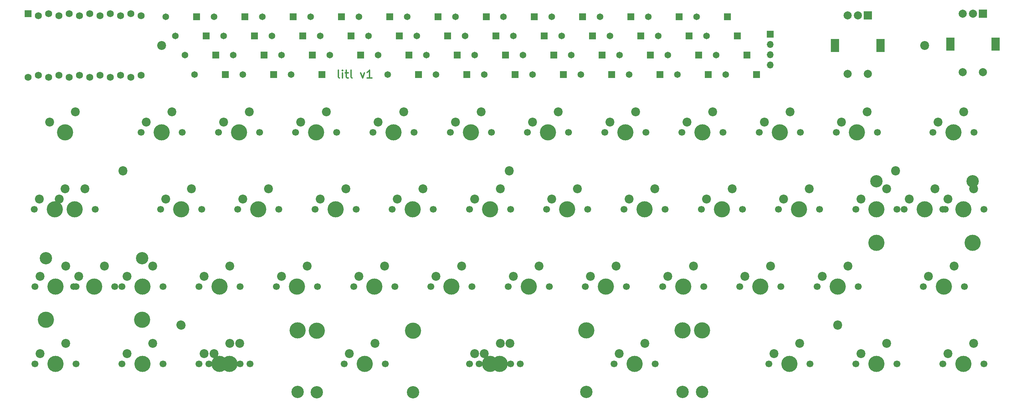
<source format=gts>
%TF.GenerationSoftware,KiCad,Pcbnew,(6.0.0-0)*%
%TF.CreationDate,2022-04-10T20:29:34+02:00*%
%TF.ProjectId,litl,6c69746c-2e6b-4696-9361-645f70636258,rev?*%
%TF.SameCoordinates,Original*%
%TF.FileFunction,Soldermask,Top*%
%TF.FilePolarity,Negative*%
%FSLAX46Y46*%
G04 Gerber Fmt 4.6, Leading zero omitted, Abs format (unit mm)*
G04 Created by KiCad (PCBNEW (6.0.0-0)) date 2022-04-10 20:29:34*
%MOMM*%
%LPD*%
G01*
G04 APERTURE LIST*
%ADD10C,0.300000*%
%ADD11C,2.200000*%
%ADD12C,1.700000*%
%ADD13C,4.000000*%
%ADD14C,1.651000*%
%ADD15R,1.651000X1.651000*%
%ADD16C,3.050000*%
%ADD17R,2.000000X3.200000*%
%ADD18R,2.000000X2.000000*%
%ADD19C,2.000000*%
%ADD20R,1.700000X1.700000*%
%ADD21O,1.700000X1.700000*%
%ADD22R,1.752600X1.752600*%
%ADD23C,1.752600*%
G04 APERTURE END LIST*
D10*
X106015476Y-43879761D02*
X105825000Y-43784523D01*
X105729761Y-43594047D01*
X105729761Y-41879761D01*
X106777380Y-43879761D02*
X106777380Y-42546428D01*
X106777380Y-41879761D02*
X106682142Y-41975000D01*
X106777380Y-42070238D01*
X106872619Y-41975000D01*
X106777380Y-41879761D01*
X106777380Y-42070238D01*
X107444047Y-42546428D02*
X108205952Y-42546428D01*
X107729761Y-41879761D02*
X107729761Y-43594047D01*
X107825000Y-43784523D01*
X108015476Y-43879761D01*
X108205952Y-43879761D01*
X109158333Y-43879761D02*
X108967857Y-43784523D01*
X108872619Y-43594047D01*
X108872619Y-41879761D01*
X111253571Y-42546428D02*
X111729761Y-43879761D01*
X112205952Y-42546428D01*
X114015476Y-43879761D02*
X112872619Y-43879761D01*
X113444047Y-43879761D02*
X113444047Y-41879761D01*
X113253571Y-42165476D01*
X113063095Y-42355952D01*
X112872619Y-42451190D01*
D11*
X66850000Y-105050000D03*
D12*
X110130000Y-76400000D03*
D13*
X105050000Y-76400000D03*
D12*
X99970000Y-76400000D03*
D11*
X107590000Y-71320000D03*
X101240000Y-73860000D03*
D12*
X100580000Y-95500000D03*
X90420000Y-95500000D03*
D13*
X95500000Y-95500000D03*
D11*
X98040000Y-90420000D03*
X91690000Y-92960000D03*
D14*
X103627500Y-38200000D03*
D15*
X111247500Y-38200000D03*
D11*
X62075000Y-35812500D03*
D12*
X52220000Y-95500000D03*
D13*
X57300000Y-95500000D03*
D12*
X62380000Y-95500000D03*
D11*
X59840000Y-90420000D03*
X53490000Y-92960000D03*
X52512500Y-66800000D03*
D13*
X57262500Y-103720000D03*
X45362500Y-95480000D03*
X33462500Y-103720000D03*
D12*
X50442500Y-95480000D03*
X40282500Y-95480000D03*
D16*
X33462500Y-88480000D03*
X57262500Y-88480000D03*
D11*
X47902500Y-90400000D03*
X41552500Y-92940000D03*
X66837500Y-105000000D03*
D14*
X125115000Y-33425000D03*
D15*
X132735000Y-33425000D03*
D14*
X134665000Y-28650000D03*
D15*
X142285000Y-28650000D03*
D12*
X255157500Y-76400000D03*
D13*
X260237500Y-76400000D03*
D12*
X265317500Y-76400000D03*
D11*
X262777500Y-71320000D03*
X256427500Y-73860000D03*
D14*
X67815000Y-38200000D03*
D15*
X75435000Y-38200000D03*
D12*
X185920000Y-95500000D03*
D13*
X191000000Y-95500000D03*
D12*
X196080000Y-95500000D03*
D11*
X193540000Y-90420000D03*
X187190000Y-92960000D03*
D13*
X138475000Y-57300000D03*
D12*
X143555000Y-57300000D03*
X133395000Y-57300000D03*
D11*
X141015000Y-52220000D03*
X134665000Y-54760000D03*
D12*
X212182500Y-114600000D03*
X222342500Y-114600000D03*
D13*
X217262500Y-114600000D03*
D11*
X219802500Y-109520000D03*
X213452500Y-112060000D03*
D14*
X101240000Y-33425000D03*
D15*
X108860000Y-33425000D03*
D14*
X63040000Y-28650000D03*
D15*
X70660000Y-28650000D03*
D12*
X124455000Y-57300000D03*
X114295000Y-57300000D03*
D13*
X119375000Y-57300000D03*
D11*
X121915000Y-52220000D03*
X115565000Y-54760000D03*
D14*
X172865000Y-33425000D03*
D15*
X180485000Y-33425000D03*
D12*
X166820000Y-95500000D03*
X176980000Y-95500000D03*
D13*
X171900000Y-95500000D03*
D11*
X174440000Y-90420000D03*
X168090000Y-92960000D03*
D14*
X77365000Y-33425000D03*
D15*
X84985000Y-33425000D03*
D14*
X115565000Y-38200000D03*
D15*
X123185000Y-38200000D03*
D13*
X133700000Y-95500000D03*
D12*
X138780000Y-95500000D03*
X128620000Y-95500000D03*
D11*
X136240000Y-90420000D03*
X129890000Y-92960000D03*
D16*
X238787500Y-69400000D03*
D13*
X238787500Y-84640000D03*
D12*
X245607500Y-76400000D03*
X255767500Y-76400000D03*
D13*
X262587500Y-84640000D03*
D16*
X262587500Y-69400000D03*
D13*
X250687500Y-76400000D03*
D11*
X253227500Y-71320000D03*
X246877500Y-73860000D03*
D14*
X165702500Y-42975000D03*
D15*
X173322500Y-42975000D03*
D13*
X167080000Y-106350000D03*
X190880000Y-106350000D03*
D16*
X167080000Y-121590000D03*
X190880000Y-121590000D03*
D13*
X178980000Y-114590000D03*
D12*
X173900000Y-114590000D03*
X184060000Y-114590000D03*
D11*
X181520000Y-109510000D03*
X175170000Y-112050000D03*
D12*
X148340000Y-114650000D03*
X138180000Y-114650000D03*
D13*
X143260000Y-114650000D03*
D11*
X145800000Y-109570000D03*
X139450000Y-112110000D03*
D14*
X79752500Y-38200000D03*
D15*
X87372500Y-38200000D03*
D12*
X30580000Y-76400000D03*
D13*
X35660000Y-76400000D03*
D12*
X40740000Y-76400000D03*
D11*
X38200000Y-71320000D03*
X31850000Y-73860000D03*
D13*
X176675000Y-57300000D03*
D12*
X181755000Y-57300000D03*
X171595000Y-57300000D03*
D11*
X179215000Y-52220000D03*
X172865000Y-54760000D03*
D12*
X252770000Y-57300000D03*
X262930000Y-57300000D03*
D13*
X257850000Y-57300000D03*
D11*
X260390000Y-52220000D03*
X254040000Y-54760000D03*
D14*
X201515000Y-42975000D03*
D15*
X209135000Y-42975000D03*
D14*
X86915000Y-28650000D03*
D15*
X94535000Y-28650000D03*
D11*
X243512500Y-66800000D03*
D12*
X71320000Y-95500000D03*
D13*
X76400000Y-95500000D03*
D12*
X81480000Y-95500000D03*
D11*
X78940000Y-90420000D03*
X72590000Y-92960000D03*
D14*
X196740000Y-33425000D03*
D15*
X204360000Y-33425000D03*
D12*
X119680000Y-95500000D03*
D13*
X114600000Y-95500000D03*
D12*
X109520000Y-95500000D03*
D11*
X117140000Y-90420000D03*
X110790000Y-92960000D03*
D13*
X38200000Y-57300000D03*
D11*
X40740000Y-52220000D03*
X34390000Y-54760000D03*
D13*
X81175000Y-57300000D03*
D12*
X86255000Y-57300000D03*
X76095000Y-57300000D03*
D11*
X83715000Y-52220000D03*
X77365000Y-54760000D03*
X148025000Y-66850000D03*
D14*
X127502500Y-38200000D03*
D15*
X135122500Y-38200000D03*
D14*
X187190000Y-38200000D03*
D15*
X194810000Y-38200000D03*
D14*
X158540000Y-28650000D03*
D15*
X166160000Y-28650000D03*
D13*
X57300000Y-114600000D03*
D12*
X52220000Y-114600000D03*
X62380000Y-114600000D03*
D11*
X59840000Y-109520000D03*
X53490000Y-112060000D03*
X229200000Y-105050000D03*
X52525000Y-66850000D03*
D17*
X228555400Y-35812500D03*
X239755400Y-35812500D03*
D18*
X236655400Y-28312500D03*
D19*
X231655400Y-28312500D03*
X234155400Y-28312500D03*
X231655400Y-42812500D03*
X236655400Y-42812500D03*
D13*
X214875000Y-57300000D03*
D12*
X219955000Y-57300000D03*
X209795000Y-57300000D03*
D11*
X217415000Y-52220000D03*
X211065000Y-54760000D03*
D14*
X94077500Y-42975000D03*
D15*
X101697500Y-42975000D03*
D14*
X148990000Y-33425000D03*
D15*
X156610000Y-33425000D03*
D14*
X160927500Y-33425000D03*
D15*
X168547500Y-33425000D03*
D12*
X195470000Y-76400000D03*
X205630000Y-76400000D03*
D13*
X200550000Y-76400000D03*
D11*
X203090000Y-71320000D03*
X196740000Y-73860000D03*
D13*
X181450000Y-76400000D03*
D12*
X176370000Y-76400000D03*
X186530000Y-76400000D03*
D11*
X183990000Y-71320000D03*
X177640000Y-73860000D03*
D14*
X194352500Y-28650000D03*
D15*
X201972500Y-28650000D03*
D14*
X117952500Y-42975000D03*
D15*
X125572500Y-42975000D03*
D14*
X163315000Y-38200000D03*
D15*
X170935000Y-38200000D03*
D13*
X124150000Y-76400000D03*
D12*
X129230000Y-76400000D03*
X119070000Y-76400000D03*
D11*
X126690000Y-71320000D03*
X120340000Y-73860000D03*
D12*
X80870000Y-76400000D03*
X91030000Y-76400000D03*
D13*
X85950000Y-76400000D03*
D11*
X88490000Y-71320000D03*
X82140000Y-73860000D03*
D14*
X199127500Y-38200000D03*
D15*
X206747500Y-38200000D03*
D17*
X257025000Y-35427000D03*
X268225000Y-35427000D03*
D18*
X265125000Y-27927000D03*
D19*
X260125000Y-27927000D03*
X262625000Y-27927000D03*
X260125000Y-42427000D03*
X265125000Y-42427000D03*
D11*
X229187500Y-105000000D03*
D12*
X105355000Y-57300000D03*
X95195000Y-57300000D03*
D13*
X100275000Y-57300000D03*
D11*
X102815000Y-52220000D03*
X96465000Y-54760000D03*
D14*
X98852500Y-28650000D03*
D15*
X106472500Y-28650000D03*
D11*
X243525000Y-66850000D03*
D12*
X138170000Y-76400000D03*
D13*
X143250000Y-76400000D03*
D12*
X148330000Y-76400000D03*
D11*
X145790000Y-71320000D03*
X139440000Y-73860000D03*
D12*
X265317500Y-114600000D03*
D13*
X260237500Y-114600000D03*
D12*
X255157500Y-114600000D03*
D11*
X262777500Y-109520000D03*
X256427500Y-112060000D03*
D14*
X110790000Y-28650000D03*
D15*
X118410000Y-28650000D03*
D12*
X162655000Y-57300000D03*
D13*
X157575000Y-57300000D03*
D12*
X152495000Y-57300000D03*
D11*
X160115000Y-52220000D03*
X153765000Y-54760000D03*
D14*
X137052500Y-33425000D03*
D15*
X144672500Y-33425000D03*
D12*
X167430000Y-76400000D03*
X157270000Y-76400000D03*
D13*
X162350000Y-76400000D03*
D11*
X164890000Y-71320000D03*
X158540000Y-73860000D03*
D12*
X200855000Y-57300000D03*
X190695000Y-57300000D03*
D13*
X195775000Y-57300000D03*
D11*
X198315000Y-52220000D03*
X191965000Y-54760000D03*
D12*
X30732500Y-114600000D03*
X40892500Y-114600000D03*
D13*
X35812500Y-114600000D03*
D11*
X38352500Y-109520000D03*
X32002500Y-112060000D03*
D13*
X229200000Y-95500000D03*
D12*
X224120000Y-95500000D03*
X234280000Y-95500000D03*
D11*
X231740000Y-90420000D03*
X225390000Y-92960000D03*
D13*
X145637500Y-114610000D03*
X195637500Y-106370000D03*
X95637500Y-106370000D03*
D16*
X95637500Y-121610000D03*
D12*
X150717500Y-114610000D03*
X140557500Y-114610000D03*
D16*
X195637500Y-121610000D03*
D11*
X148177500Y-109530000D03*
X141827500Y-112070000D03*
D14*
X153765000Y-42975000D03*
D15*
X161385000Y-42975000D03*
D14*
X65427500Y-33425000D03*
D15*
X73047500Y-33425000D03*
D14*
X177640000Y-42975000D03*
D15*
X185260000Y-42975000D03*
D12*
X224730000Y-76400000D03*
X214570000Y-76400000D03*
D13*
X219650000Y-76400000D03*
D11*
X222190000Y-71320000D03*
X215840000Y-73860000D03*
D20*
X212487500Y-32967500D03*
D21*
X212487500Y-35507500D03*
X212487500Y-38047500D03*
X212487500Y-40587500D03*
D12*
X233670000Y-114600000D03*
X243830000Y-114600000D03*
D13*
X238750000Y-114600000D03*
D11*
X241290000Y-109520000D03*
X234940000Y-112060000D03*
D13*
X78787500Y-114600000D03*
D12*
X83867500Y-114600000D03*
X73707500Y-114600000D03*
D11*
X81327500Y-109520000D03*
X74977500Y-112060000D03*
D14*
X184802500Y-33425000D03*
D15*
X192422500Y-33425000D03*
D12*
X81480000Y-114600000D03*
D13*
X76400000Y-114600000D03*
D12*
X71320000Y-114600000D03*
D11*
X78940000Y-109520000D03*
X72590000Y-112060000D03*
D12*
X205020000Y-95500000D03*
X215180000Y-95500000D03*
D13*
X210100000Y-95500000D03*
D11*
X212640000Y-90420000D03*
X206290000Y-92960000D03*
D13*
X100410000Y-106378000D03*
D12*
X107230000Y-114618000D03*
D13*
X124210000Y-106378000D03*
D16*
X100410000Y-121618000D03*
X124210000Y-121618000D03*
D13*
X112310000Y-114618000D03*
D12*
X117390000Y-114618000D03*
D11*
X114850000Y-109538000D03*
X108500000Y-112078000D03*
D14*
X70202500Y-42975000D03*
D15*
X77822500Y-42975000D03*
D11*
X148012500Y-66800000D03*
D14*
X129890000Y-42975000D03*
D15*
X137510000Y-42975000D03*
D12*
X56995000Y-57300000D03*
D13*
X62075000Y-57300000D03*
D12*
X67155000Y-57300000D03*
D11*
X64615000Y-52220000D03*
X58265000Y-54760000D03*
D14*
X74977500Y-28650000D03*
D15*
X82597500Y-28650000D03*
D14*
X113177500Y-33425000D03*
D15*
X120797500Y-33425000D03*
D14*
X82140000Y-42975000D03*
D15*
X89760000Y-42975000D03*
D13*
X255462500Y-95500000D03*
D12*
X250382500Y-95500000D03*
X260542500Y-95500000D03*
D11*
X258002500Y-90420000D03*
X251652500Y-92960000D03*
D12*
X147720000Y-95500000D03*
D13*
X152800000Y-95500000D03*
D12*
X157880000Y-95500000D03*
D11*
X155340000Y-90420000D03*
X148990000Y-92960000D03*
D14*
X170477500Y-28650000D03*
D15*
X178097500Y-28650000D03*
D14*
X141827500Y-42975000D03*
D15*
X149447500Y-42975000D03*
D11*
X66837500Y-105000000D03*
D14*
X151377500Y-38200000D03*
D15*
X158997500Y-38200000D03*
D14*
X91690000Y-38200000D03*
D15*
X99310000Y-38200000D03*
D13*
X35812500Y-95500000D03*
D12*
X40892500Y-95500000D03*
X30732500Y-95500000D03*
D11*
X38352500Y-90420000D03*
X32002500Y-92960000D03*
D14*
X139440000Y-38200000D03*
D15*
X147060000Y-38200000D03*
D12*
X228895000Y-57300000D03*
D13*
X233975000Y-57300000D03*
D12*
X239055000Y-57300000D03*
D11*
X236515000Y-52220000D03*
X230165000Y-54760000D03*
D14*
X89302500Y-33425000D03*
D15*
X96922500Y-33425000D03*
D14*
X182415000Y-28650000D03*
D15*
X190035000Y-28650000D03*
D13*
X66850000Y-76400000D03*
D12*
X71930000Y-76400000D03*
X61770000Y-76400000D03*
D11*
X69390000Y-71320000D03*
X63040000Y-73860000D03*
D14*
X122727500Y-28650000D03*
D15*
X130347500Y-28650000D03*
D11*
X250687500Y-35812500D03*
D14*
X146602500Y-28650000D03*
D15*
X154222500Y-28650000D03*
D14*
X175252500Y-38200000D03*
D15*
X182872500Y-38200000D03*
D14*
X189577500Y-42975000D03*
D15*
X197197500Y-42975000D03*
D12*
X35507500Y-76400000D03*
X45667500Y-76400000D03*
D13*
X40587500Y-76400000D03*
D11*
X43127500Y-71320000D03*
X36777500Y-73860000D03*
D12*
X243830000Y-76400000D03*
D13*
X238750000Y-76400000D03*
D12*
X233670000Y-76400000D03*
D11*
X241290000Y-71320000D03*
X234940000Y-73860000D03*
D22*
X29005000Y-27963900D03*
D23*
X31545000Y-28421100D03*
X34085000Y-27963900D03*
X36625000Y-28421100D03*
X39165000Y-27963900D03*
X41705000Y-28421100D03*
X44245000Y-27963900D03*
X46785000Y-28421100D03*
X49325000Y-27963900D03*
X51865000Y-28421100D03*
X54405000Y-27963900D03*
X56945000Y-28421100D03*
X56945000Y-43203900D03*
X54405000Y-43661100D03*
X51865000Y-43203900D03*
X49325000Y-43661100D03*
X46785000Y-43203900D03*
X44245000Y-43661100D03*
X41705000Y-43203900D03*
X39165000Y-43661100D03*
X36625000Y-43203900D03*
X34085000Y-43661100D03*
X31545000Y-43203900D03*
X29005000Y-43661100D03*
M02*

</source>
